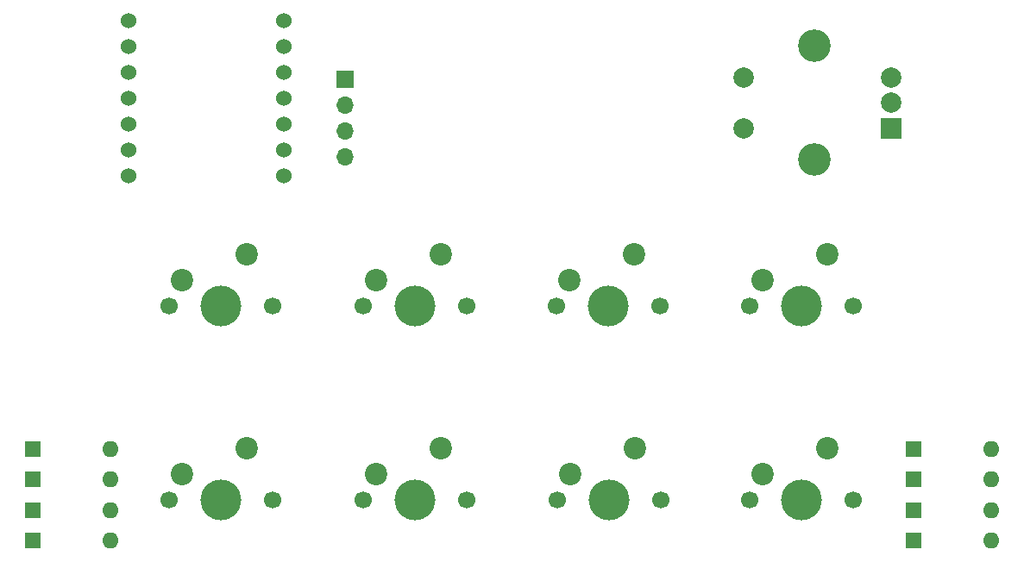
<source format=gbr>
%TF.GenerationSoftware,KiCad,Pcbnew,8.0.6*%
%TF.CreationDate,2024-10-26T22:47:32+05:30*%
%TF.ProjectId,Macropad,4d616372-6f70-4616-942e-6b696361645f,rev?*%
%TF.SameCoordinates,Original*%
%TF.FileFunction,Soldermask,Bot*%
%TF.FilePolarity,Negative*%
%FSLAX46Y46*%
G04 Gerber Fmt 4.6, Leading zero omitted, Abs format (unit mm)*
G04 Created by KiCad (PCBNEW 8.0.6) date 2024-10-26 22:47:32*
%MOMM*%
%LPD*%
G01*
G04 APERTURE LIST*
%ADD10C,1.700000*%
%ADD11C,4.000000*%
%ADD12C,2.200000*%
%ADD13R,1.600000X1.600000*%
%ADD14O,1.600000X1.600000*%
%ADD15R,2.000000X2.000000*%
%ADD16C,2.000000*%
%ADD17C,3.200000*%
%ADD18C,1.524000*%
%ADD19R,1.700000X1.700000*%
%ADD20O,1.700000X1.700000*%
G04 APERTURE END LIST*
D10*
%TO.C,SW3*%
X120920000Y-115000000D03*
D11*
X126000000Y-115000000D03*
D10*
X131080000Y-115000000D03*
D12*
X128540000Y-109920000D03*
X122190000Y-112460000D03*
%TD*%
D13*
%TO.C,D8*%
X69500000Y-138000000D03*
D14*
X77120000Y-138000000D03*
%TD*%
D15*
%TO.C,SW9*%
X153750000Y-97500000D03*
D16*
X153750000Y-92500000D03*
X153750000Y-95000000D03*
D17*
X146250000Y-100600000D03*
X146250000Y-89400000D03*
D16*
X139250000Y-92500000D03*
X139250000Y-97500000D03*
%TD*%
D10*
%TO.C,SW8*%
X139920000Y-134000000D03*
D11*
X145000000Y-134000000D03*
D10*
X150080000Y-134000000D03*
D12*
X147540000Y-128920000D03*
X141190000Y-131460000D03*
%TD*%
D13*
%TO.C,D4*%
X156000000Y-138000000D03*
D14*
X163620000Y-138000000D03*
%TD*%
D10*
%TO.C,SW4*%
X139920000Y-115000000D03*
D11*
X145000000Y-115000000D03*
D10*
X150080000Y-115000000D03*
D12*
X147540000Y-109920000D03*
X141190000Y-112460000D03*
%TD*%
D18*
%TO.C,U1*%
X78880000Y-86960000D03*
X78880000Y-89500000D03*
X78880000Y-92040000D03*
X78880000Y-94580000D03*
X78880000Y-97120000D03*
X78880000Y-99660000D03*
X78880000Y-102200000D03*
X94120000Y-102200000D03*
X94120000Y-99660000D03*
X94120000Y-97120000D03*
X94120000Y-94580000D03*
X94120000Y-92040000D03*
X94120000Y-89500000D03*
X94120000Y-86960000D03*
%TD*%
D10*
%TO.C,SW6*%
X101920000Y-134000000D03*
D11*
X107000000Y-134000000D03*
D10*
X112080000Y-134000000D03*
D12*
X109540000Y-128920000D03*
X103190000Y-131460000D03*
%TD*%
D13*
%TO.C,D1*%
X156000000Y-129000000D03*
D14*
X163620000Y-129000000D03*
%TD*%
D13*
%TO.C,D7*%
X69500000Y-135000000D03*
D14*
X77120000Y-135000000D03*
%TD*%
D19*
%TO.C,J1*%
X100150000Y-92700000D03*
D20*
X100150000Y-95240000D03*
X100150000Y-97780000D03*
X100150000Y-100320000D03*
%TD*%
D10*
%TO.C,SW2*%
X101920000Y-115000000D03*
D11*
X107000000Y-115000000D03*
D10*
X112080000Y-115000000D03*
D12*
X109540000Y-109920000D03*
X103190000Y-112460000D03*
%TD*%
D10*
%TO.C,SW1*%
X82920000Y-115000000D03*
D11*
X88000000Y-115000000D03*
D10*
X93080000Y-115000000D03*
D12*
X90540000Y-109920000D03*
X84190000Y-112460000D03*
%TD*%
D13*
%TO.C,D2*%
X156000000Y-132000000D03*
D14*
X163620000Y-132000000D03*
%TD*%
D13*
%TO.C,D3*%
X156000000Y-135000000D03*
D14*
X163620000Y-135000000D03*
%TD*%
D10*
%TO.C,SW5*%
X82920000Y-134000000D03*
D11*
X88000000Y-134000000D03*
D10*
X93080000Y-134000000D03*
D12*
X90540000Y-128920000D03*
X84190000Y-131460000D03*
%TD*%
D13*
%TO.C,D6*%
X69500000Y-132000000D03*
D14*
X77120000Y-132000000D03*
%TD*%
D13*
%TO.C,D5*%
X69500000Y-129000000D03*
D14*
X77120000Y-129000000D03*
%TD*%
D10*
%TO.C,SW7*%
X121000000Y-134000000D03*
D11*
X126080000Y-134000000D03*
D10*
X131160000Y-134000000D03*
D12*
X128620000Y-128920000D03*
X122270000Y-131460000D03*
%TD*%
M02*

</source>
